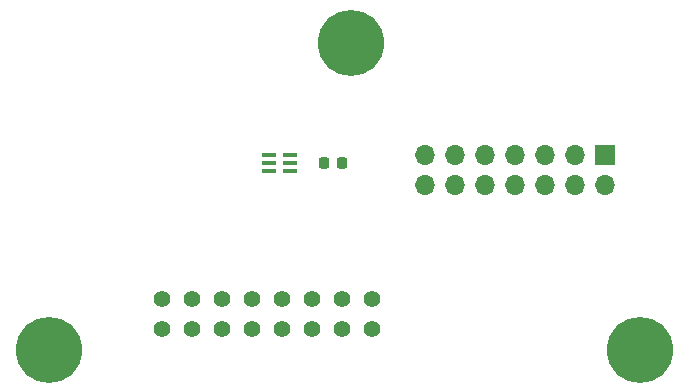
<source format=gbs>
G04 #@! TF.GenerationSoftware,KiCad,Pcbnew,7.0.8-7.0.8~ubuntu22.04.1*
G04 #@! TF.CreationDate,2024-01-26T15:51:08+01:00*
G04 #@! TF.ProjectId,rail,7261696c-2e6b-4696-9361-645f70636258,rev?*
G04 #@! TF.SameCoordinates,Original*
G04 #@! TF.FileFunction,Soldermask,Bot*
G04 #@! TF.FilePolarity,Negative*
%FSLAX46Y46*%
G04 Gerber Fmt 4.6, Leading zero omitted, Abs format (unit mm)*
G04 Created by KiCad (PCBNEW 7.0.8-7.0.8~ubuntu22.04.1) date 2024-01-26 15:51:08*
%MOMM*%
%LPD*%
G01*
G04 APERTURE LIST*
G04 Aperture macros list*
%AMRoundRect*
0 Rectangle with rounded corners*
0 $1 Rounding radius*
0 $2 $3 $4 $5 $6 $7 $8 $9 X,Y pos of 4 corners*
0 Add a 4 corners polygon primitive as box body*
4,1,4,$2,$3,$4,$5,$6,$7,$8,$9,$2,$3,0*
0 Add four circle primitives for the rounded corners*
1,1,$1+$1,$2,$3*
1,1,$1+$1,$4,$5*
1,1,$1+$1,$6,$7*
1,1,$1+$1,$8,$9*
0 Add four rect primitives between the rounded corners*
20,1,$1+$1,$2,$3,$4,$5,0*
20,1,$1+$1,$4,$5,$6,$7,0*
20,1,$1+$1,$6,$7,$8,$9,0*
20,1,$1+$1,$8,$9,$2,$3,0*%
G04 Aperture macros list end*
%ADD10C,3.600000*%
%ADD11C,5.600000*%
%ADD12C,1.397000*%
%ADD13R,1.700000X1.700000*%
%ADD14O,1.700000X1.700000*%
%ADD15R,1.157199X0.354800*%
%ADD16RoundRect,0.218750X0.218750X0.256250X-0.218750X0.256250X-0.218750X-0.256250X0.218750X-0.256250X0*%
G04 APERTURE END LIST*
D10*
X107850000Y-50700000D03*
D11*
X107850000Y-50700000D03*
D12*
X109630000Y-72400000D03*
X107090000Y-72400000D03*
X104550000Y-72400000D03*
X102010000Y-72400000D03*
X99470000Y-72400000D03*
X96930000Y-72400000D03*
X94390000Y-72400000D03*
X91850000Y-72400000D03*
X109630000Y-74940000D03*
X107090000Y-74940000D03*
X104550000Y-74940000D03*
X102010000Y-74940000D03*
X99470000Y-74940000D03*
X96930000Y-74940000D03*
X94390000Y-74940000D03*
X91850000Y-74940000D03*
D10*
X132350000Y-76700000D03*
D11*
X132350000Y-76700000D03*
D10*
X82350000Y-76700000D03*
D11*
X82350000Y-76700000D03*
D13*
X129390000Y-60260000D03*
D14*
X129390000Y-62800000D03*
X126850000Y-60260000D03*
X126850000Y-62800000D03*
X124310000Y-60260000D03*
X124310000Y-62800000D03*
X121770000Y-60260000D03*
X121770000Y-62800000D03*
X119230000Y-60260000D03*
X119230000Y-62800000D03*
X116690000Y-60260000D03*
X116690000Y-62800000D03*
X114150000Y-60260000D03*
X114150000Y-62800000D03*
D15*
X102726300Y-60250001D03*
X102726300Y-60900000D03*
X102726300Y-61549999D03*
X100973700Y-61549999D03*
X100973700Y-60900000D03*
X100973700Y-60250001D03*
D16*
X107137500Y-60900000D03*
X105562500Y-60900000D03*
M02*

</source>
